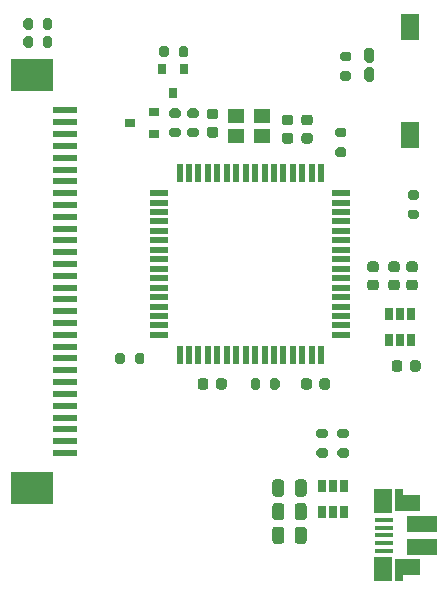
<source format=gbr>
G04 #@! TF.GenerationSoftware,KiCad,Pcbnew,(5.1.8)-1*
G04 #@! TF.CreationDate,2021-09-07T17:05:45-07:00*
G04 #@! TF.ProjectId,wired-sculpt,77697265-642d-4736-9375-6c70742e6b69,rev?*
G04 #@! TF.SameCoordinates,Original*
G04 #@! TF.FileFunction,Paste,Top*
G04 #@! TF.FilePolarity,Positive*
%FSLAX46Y46*%
G04 Gerber Fmt 4.6, Leading zero omitted, Abs format (unit mm)*
G04 Created by KiCad (PCBNEW (5.1.8)-1) date 2021-09-07 17:05:45*
%MOMM*%
%LPD*%
G01*
G04 APERTURE LIST*
%ADD10R,0.650000X1.060000*%
%ADD11R,1.500000X0.550000*%
%ADD12R,0.550000X1.500000*%
%ADD13R,2.000000X0.610000*%
%ADD14R,3.600000X2.680000*%
%ADD15R,2.000000X1.350000*%
%ADD16R,0.700000X1.825000*%
%ADD17R,1.500000X2.000000*%
%ADD18R,1.650000X0.400000*%
%ADD19R,2.500000X1.430000*%
%ADD20R,1.600000X2.180000*%
%ADD21R,1.400000X1.200000*%
%ADD22R,0.800000X0.900000*%
%ADD23R,0.900000X0.800000*%
G04 APERTURE END LIST*
G04 #@! TO.C,C8*
G36*
G01*
X146897000Y-39354000D02*
X147397000Y-39354000D01*
G75*
G02*
X147622000Y-39579000I0J-225000D01*
G01*
X147622000Y-40029000D01*
G75*
G02*
X147397000Y-40254000I-225000J0D01*
G01*
X146897000Y-40254000D01*
G75*
G02*
X146672000Y-40029000I0J225000D01*
G01*
X146672000Y-39579000D01*
G75*
G02*
X146897000Y-39354000I225000J0D01*
G01*
G37*
G36*
G01*
X146897000Y-40904000D02*
X147397000Y-40904000D01*
G75*
G02*
X147622000Y-41129000I0J-225000D01*
G01*
X147622000Y-41579000D01*
G75*
G02*
X147397000Y-41804000I-225000J0D01*
G01*
X146897000Y-41804000D01*
G75*
G02*
X146672000Y-41579000I0J225000D01*
G01*
X146672000Y-41129000D01*
G75*
G02*
X146897000Y-40904000I225000J0D01*
G01*
G37*
G04 #@! TD*
G04 #@! TO.C,C12*
G36*
G01*
X141995000Y-61906000D02*
X141995000Y-62406000D01*
G75*
G02*
X141770000Y-62631000I-225000J0D01*
G01*
X141320000Y-62631000D01*
G75*
G02*
X141095000Y-62406000I0J225000D01*
G01*
X141095000Y-61906000D01*
G75*
G02*
X141320000Y-61681000I225000J0D01*
G01*
X141770000Y-61681000D01*
G75*
G02*
X141995000Y-61906000I0J-225000D01*
G01*
G37*
G36*
G01*
X140445000Y-61906000D02*
X140445000Y-62406000D01*
G75*
G02*
X140220000Y-62631000I-225000J0D01*
G01*
X139770000Y-62631000D01*
G75*
G02*
X139545000Y-62406000I0J225000D01*
G01*
X139545000Y-61906000D01*
G75*
G02*
X139770000Y-61681000I225000J0D01*
G01*
X140220000Y-61681000D01*
G75*
G02*
X140445000Y-61906000I0J-225000D01*
G01*
G37*
G04 #@! TD*
G04 #@! TO.C,R9*
G36*
G01*
X152342000Y-36482000D02*
X151792000Y-36482000D01*
G75*
G02*
X151592000Y-36282000I0J200000D01*
G01*
X151592000Y-35882000D01*
G75*
G02*
X151792000Y-35682000I200000J0D01*
G01*
X152342000Y-35682000D01*
G75*
G02*
X152542000Y-35882000I0J-200000D01*
G01*
X152542000Y-36282000D01*
G75*
G02*
X152342000Y-36482000I-200000J0D01*
G01*
G37*
G36*
G01*
X152342000Y-34832000D02*
X151792000Y-34832000D01*
G75*
G02*
X151592000Y-34632000I0J200000D01*
G01*
X151592000Y-34232000D01*
G75*
G02*
X151792000Y-34032000I200000J0D01*
G01*
X152342000Y-34032000D01*
G75*
G02*
X152542000Y-34232000I0J-200000D01*
G01*
X152542000Y-34632000D01*
G75*
G02*
X152342000Y-34832000I-200000J0D01*
G01*
G37*
G04 #@! TD*
G04 #@! TO.C,C3*
G36*
G01*
X145858000Y-71444000D02*
X145858000Y-70494000D01*
G75*
G02*
X146108000Y-70244000I250000J0D01*
G01*
X146608000Y-70244000D01*
G75*
G02*
X146858000Y-70494000I0J-250000D01*
G01*
X146858000Y-71444000D01*
G75*
G02*
X146608000Y-71694000I-250000J0D01*
G01*
X146108000Y-71694000D01*
G75*
G02*
X145858000Y-71444000I0J250000D01*
G01*
G37*
G36*
G01*
X147758000Y-71444000D02*
X147758000Y-70494000D01*
G75*
G02*
X148008000Y-70244000I250000J0D01*
G01*
X148508000Y-70244000D01*
G75*
G02*
X148758000Y-70494000I0J-250000D01*
G01*
X148758000Y-71444000D01*
G75*
G02*
X148508000Y-71694000I-250000J0D01*
G01*
X148008000Y-71694000D01*
G75*
G02*
X147758000Y-71444000I0J250000D01*
G01*
G37*
G04 #@! TD*
D10*
G04 #@! TO.C,U1*
X150050000Y-73000000D03*
X151000000Y-73000000D03*
X151950000Y-73000000D03*
X151950000Y-70800000D03*
X150050000Y-70800000D03*
X151000000Y-70800000D03*
G04 #@! TD*
D11*
G04 #@! TO.C,U3*
X151700000Y-58000000D03*
X151700000Y-57200000D03*
X151700000Y-56400000D03*
X151700000Y-55600000D03*
X151700000Y-54800000D03*
X151700000Y-54000000D03*
X151700000Y-53200000D03*
X151700000Y-52400000D03*
X151700000Y-51600000D03*
X151700000Y-50800000D03*
X151700000Y-50000000D03*
X151700000Y-49200000D03*
X151700000Y-48400000D03*
X151700000Y-47600000D03*
X151700000Y-46800000D03*
X151700000Y-46000000D03*
D12*
X150000000Y-44300000D03*
X149200000Y-44300000D03*
X148400000Y-44300000D03*
X147600000Y-44300000D03*
X146800000Y-44300000D03*
X146000000Y-44300000D03*
X145200000Y-44300000D03*
X144400000Y-44300000D03*
X143600000Y-44300000D03*
X142800000Y-44300000D03*
X142000000Y-44300000D03*
X141200000Y-44300000D03*
X140400000Y-44300000D03*
X139600000Y-44300000D03*
X138800000Y-44300000D03*
X138000000Y-44300000D03*
D11*
X136300000Y-46000000D03*
X136300000Y-46800000D03*
X136300000Y-47600000D03*
X136300000Y-48400000D03*
X136300000Y-49200000D03*
X136300000Y-50000000D03*
X136300000Y-50800000D03*
X136300000Y-51600000D03*
X136300000Y-52400000D03*
X136300000Y-53200000D03*
X136300000Y-54000000D03*
X136300000Y-54800000D03*
X136300000Y-55600000D03*
X136300000Y-56400000D03*
X136300000Y-57200000D03*
X136300000Y-58000000D03*
D12*
X138000000Y-59700000D03*
X138800000Y-59700000D03*
X139600000Y-59700000D03*
X140400000Y-59700000D03*
X141200000Y-59700000D03*
X142000000Y-59700000D03*
X142800000Y-59700000D03*
X143600000Y-59700000D03*
X144400000Y-59700000D03*
X145200000Y-59700000D03*
X146000000Y-59700000D03*
X146800000Y-59700000D03*
X147600000Y-59700000D03*
X148400000Y-59700000D03*
X149200000Y-59700000D03*
X150000000Y-59700000D03*
G04 #@! TD*
G04 #@! TO.C,R1*
G36*
G01*
X151571000Y-65948000D02*
X152121000Y-65948000D01*
G75*
G02*
X152321000Y-66148000I0J-200000D01*
G01*
X152321000Y-66548000D01*
G75*
G02*
X152121000Y-66748000I-200000J0D01*
G01*
X151571000Y-66748000D01*
G75*
G02*
X151371000Y-66548000I0J200000D01*
G01*
X151371000Y-66148000D01*
G75*
G02*
X151571000Y-65948000I200000J0D01*
G01*
G37*
G36*
G01*
X151571000Y-67598000D02*
X152121000Y-67598000D01*
G75*
G02*
X152321000Y-67798000I0J-200000D01*
G01*
X152321000Y-68198000D01*
G75*
G02*
X152121000Y-68398000I-200000J0D01*
G01*
X151571000Y-68398000D01*
G75*
G02*
X151371000Y-68198000I0J200000D01*
G01*
X151371000Y-67798000D01*
G75*
G02*
X151571000Y-67598000I200000J0D01*
G01*
G37*
G04 #@! TD*
D13*
G04 #@! TO.C,J2*
X128300000Y-39000000D03*
X128300000Y-40000000D03*
X128300000Y-41000000D03*
X128300000Y-42000000D03*
X128300000Y-43000000D03*
X128300000Y-44000000D03*
X128300000Y-45000000D03*
X128300000Y-46000000D03*
X128300000Y-47000000D03*
X128300000Y-48000000D03*
X128300000Y-49000000D03*
X128300000Y-50000000D03*
X128300000Y-51000000D03*
X128300000Y-52000000D03*
X128300000Y-53000000D03*
X128300000Y-54000000D03*
X128300000Y-55000000D03*
X128300000Y-56000000D03*
X128300000Y-57000000D03*
X128300000Y-58000000D03*
X128300000Y-59000000D03*
X128300000Y-60000000D03*
X128300000Y-61000000D03*
X128300000Y-62000000D03*
X128300000Y-63000000D03*
X128300000Y-64000000D03*
X128300000Y-65000000D03*
X128300000Y-66000000D03*
X128300000Y-67000000D03*
X128300000Y-68000000D03*
D14*
X125500000Y-36010000D03*
X125500000Y-70990000D03*
G04 #@! TD*
G04 #@! TO.C,C7*
G36*
G01*
X141047000Y-39746000D02*
X140547000Y-39746000D01*
G75*
G02*
X140322000Y-39521000I0J225000D01*
G01*
X140322000Y-39071000D01*
G75*
G02*
X140547000Y-38846000I225000J0D01*
G01*
X141047000Y-38846000D01*
G75*
G02*
X141272000Y-39071000I0J-225000D01*
G01*
X141272000Y-39521000D01*
G75*
G02*
X141047000Y-39746000I-225000J0D01*
G01*
G37*
G36*
G01*
X141047000Y-41296000D02*
X140547000Y-41296000D01*
G75*
G02*
X140322000Y-41071000I0J225000D01*
G01*
X140322000Y-40621000D01*
G75*
G02*
X140547000Y-40396000I225000J0D01*
G01*
X141047000Y-40396000D01*
G75*
G02*
X141272000Y-40621000I0J-225000D01*
G01*
X141272000Y-41071000D01*
G75*
G02*
X141047000Y-41296000I-225000J0D01*
G01*
G37*
G04 #@! TD*
G04 #@! TO.C,C9*
G36*
G01*
X154136000Y-51787000D02*
X154636000Y-51787000D01*
G75*
G02*
X154861000Y-52012000I0J-225000D01*
G01*
X154861000Y-52462000D01*
G75*
G02*
X154636000Y-52687000I-225000J0D01*
G01*
X154136000Y-52687000D01*
G75*
G02*
X153911000Y-52462000I0J225000D01*
G01*
X153911000Y-52012000D01*
G75*
G02*
X154136000Y-51787000I225000J0D01*
G01*
G37*
G36*
G01*
X154136000Y-53337000D02*
X154636000Y-53337000D01*
G75*
G02*
X154861000Y-53562000I0J-225000D01*
G01*
X154861000Y-54012000D01*
G75*
G02*
X154636000Y-54237000I-225000J0D01*
G01*
X154136000Y-54237000D01*
G75*
G02*
X153911000Y-54012000I0J225000D01*
G01*
X153911000Y-53562000D01*
G75*
G02*
X154136000Y-53337000I225000J0D01*
G01*
G37*
G04 #@! TD*
G04 #@! TO.C,D1*
G36*
G01*
X154279500Y-36569500D02*
X153854500Y-36569500D01*
G75*
G02*
X153642000Y-36357000I0J212500D01*
G01*
X153642000Y-35557000D01*
G75*
G02*
X153854500Y-35344500I212500J0D01*
G01*
X154279500Y-35344500D01*
G75*
G02*
X154492000Y-35557000I0J-212500D01*
G01*
X154492000Y-36357000D01*
G75*
G02*
X154279500Y-36569500I-212500J0D01*
G01*
G37*
G36*
G01*
X154279500Y-34944500D02*
X153854500Y-34944500D01*
G75*
G02*
X153642000Y-34732000I0J212500D01*
G01*
X153642000Y-33932000D01*
G75*
G02*
X153854500Y-33719500I212500J0D01*
G01*
X154279500Y-33719500D01*
G75*
G02*
X154492000Y-33932000I0J-212500D01*
G01*
X154492000Y-34732000D01*
G75*
G02*
X154279500Y-34944500I-212500J0D01*
G01*
G37*
G04 #@! TD*
D15*
G04 #@! TO.C,J1*
X157300000Y-72210000D03*
X157300000Y-77690000D03*
D16*
X156550000Y-77910000D03*
X156550000Y-71960000D03*
D17*
X155250000Y-77810000D03*
X155230000Y-72060000D03*
D18*
X155350000Y-76260000D03*
X155350000Y-75610000D03*
X155350000Y-74960000D03*
X155350000Y-74310000D03*
X155350000Y-73660000D03*
D19*
X158500000Y-75920000D03*
X158500000Y-74000000D03*
G04 #@! TD*
G04 #@! TO.C,R2*
G36*
G01*
X149793000Y-67598000D02*
X150343000Y-67598000D01*
G75*
G02*
X150543000Y-67798000I0J-200000D01*
G01*
X150543000Y-68198000D01*
G75*
G02*
X150343000Y-68398000I-200000J0D01*
G01*
X149793000Y-68398000D01*
G75*
G02*
X149593000Y-68198000I0J200000D01*
G01*
X149593000Y-67798000D01*
G75*
G02*
X149793000Y-67598000I200000J0D01*
G01*
G37*
G36*
G01*
X149793000Y-65948000D02*
X150343000Y-65948000D01*
G75*
G02*
X150543000Y-66148000I0J-200000D01*
G01*
X150543000Y-66548000D01*
G75*
G02*
X150343000Y-66748000I-200000J0D01*
G01*
X149793000Y-66748000D01*
G75*
G02*
X149593000Y-66548000I0J200000D01*
G01*
X149593000Y-66148000D01*
G75*
G02*
X149793000Y-65948000I200000J0D01*
G01*
G37*
G04 #@! TD*
D20*
G04 #@! TO.C,SW1*
X157500000Y-31910000D03*
X157500000Y-41090000D03*
G04 #@! TD*
D21*
G04 #@! TO.C,Y1*
X142808500Y-41162000D03*
X145008500Y-41162000D03*
X145008500Y-39462000D03*
X142808500Y-39462000D03*
G04 #@! TD*
G04 #@! TO.C,R3*
G36*
G01*
X135025000Y-59725000D02*
X135025000Y-60275000D01*
G75*
G02*
X134825000Y-60475000I-200000J0D01*
G01*
X134425000Y-60475000D01*
G75*
G02*
X134225000Y-60275000I0J200000D01*
G01*
X134225000Y-59725000D01*
G75*
G02*
X134425000Y-59525000I200000J0D01*
G01*
X134825000Y-59525000D01*
G75*
G02*
X135025000Y-59725000I0J-200000D01*
G01*
G37*
G36*
G01*
X133375000Y-59725000D02*
X133375000Y-60275000D01*
G75*
G02*
X133175000Y-60475000I-200000J0D01*
G01*
X132775000Y-60475000D01*
G75*
G02*
X132575000Y-60275000I0J200000D01*
G01*
X132575000Y-59725000D01*
G75*
G02*
X132775000Y-59525000I200000J0D01*
G01*
X133175000Y-59525000D01*
G75*
G02*
X133375000Y-59725000I0J-200000D01*
G01*
G37*
G04 #@! TD*
G04 #@! TO.C,R10*
G36*
G01*
X158075000Y-48200000D02*
X157525000Y-48200000D01*
G75*
G02*
X157325000Y-48000000I0J200000D01*
G01*
X157325000Y-47600000D01*
G75*
G02*
X157525000Y-47400000I200000J0D01*
G01*
X158075000Y-47400000D01*
G75*
G02*
X158275000Y-47600000I0J-200000D01*
G01*
X158275000Y-48000000D01*
G75*
G02*
X158075000Y-48200000I-200000J0D01*
G01*
G37*
G36*
G01*
X158075000Y-46550000D02*
X157525000Y-46550000D01*
G75*
G02*
X157325000Y-46350000I0J200000D01*
G01*
X157325000Y-45950000D01*
G75*
G02*
X157525000Y-45750000I200000J0D01*
G01*
X158075000Y-45750000D01*
G75*
G02*
X158275000Y-45950000I0J-200000D01*
G01*
X158275000Y-46350000D01*
G75*
G02*
X158075000Y-46550000I-200000J0D01*
G01*
G37*
G04 #@! TD*
G04 #@! TO.C,C1*
G36*
G01*
X145858000Y-75444000D02*
X145858000Y-74494000D01*
G75*
G02*
X146108000Y-74244000I250000J0D01*
G01*
X146608000Y-74244000D01*
G75*
G02*
X146858000Y-74494000I0J-250000D01*
G01*
X146858000Y-75444000D01*
G75*
G02*
X146608000Y-75694000I-250000J0D01*
G01*
X146108000Y-75694000D01*
G75*
G02*
X145858000Y-75444000I0J250000D01*
G01*
G37*
G36*
G01*
X147758000Y-75444000D02*
X147758000Y-74494000D01*
G75*
G02*
X148008000Y-74244000I250000J0D01*
G01*
X148508000Y-74244000D01*
G75*
G02*
X148758000Y-74494000I0J-250000D01*
G01*
X148758000Y-75444000D01*
G75*
G02*
X148508000Y-75694000I-250000J0D01*
G01*
X148008000Y-75694000D01*
G75*
G02*
X147758000Y-75444000I0J250000D01*
G01*
G37*
G04 #@! TD*
G04 #@! TO.C,C2*
G36*
G01*
X147758000Y-73444000D02*
X147758000Y-72494000D01*
G75*
G02*
X148008000Y-72244000I250000J0D01*
G01*
X148508000Y-72244000D01*
G75*
G02*
X148758000Y-72494000I0J-250000D01*
G01*
X148758000Y-73444000D01*
G75*
G02*
X148508000Y-73694000I-250000J0D01*
G01*
X148008000Y-73694000D01*
G75*
G02*
X147758000Y-73444000I0J250000D01*
G01*
G37*
G36*
G01*
X145858000Y-73444000D02*
X145858000Y-72494000D01*
G75*
G02*
X146108000Y-72244000I250000J0D01*
G01*
X146608000Y-72244000D01*
G75*
G02*
X146858000Y-72494000I0J-250000D01*
G01*
X146858000Y-73444000D01*
G75*
G02*
X146608000Y-73694000I-250000J0D01*
G01*
X146108000Y-73694000D01*
G75*
G02*
X145858000Y-73444000I0J250000D01*
G01*
G37*
G04 #@! TD*
G04 #@! TO.C,R4*
G36*
G01*
X146467000Y-61881000D02*
X146467000Y-62431000D01*
G75*
G02*
X146267000Y-62631000I-200000J0D01*
G01*
X145867000Y-62631000D01*
G75*
G02*
X145667000Y-62431000I0J200000D01*
G01*
X145667000Y-61881000D01*
G75*
G02*
X145867000Y-61681000I200000J0D01*
G01*
X146267000Y-61681000D01*
G75*
G02*
X146467000Y-61881000I0J-200000D01*
G01*
G37*
G36*
G01*
X144817000Y-61881000D02*
X144817000Y-62431000D01*
G75*
G02*
X144617000Y-62631000I-200000J0D01*
G01*
X144217000Y-62631000D01*
G75*
G02*
X144017000Y-62431000I0J200000D01*
G01*
X144017000Y-61881000D01*
G75*
G02*
X144217000Y-61681000I200000J0D01*
G01*
X144617000Y-61681000D01*
G75*
G02*
X144817000Y-61881000I0J-200000D01*
G01*
G37*
G04 #@! TD*
G04 #@! TO.C,C11*
G36*
G01*
X149845000Y-62406000D02*
X149845000Y-61906000D01*
G75*
G02*
X150070000Y-61681000I225000J0D01*
G01*
X150520000Y-61681000D01*
G75*
G02*
X150745000Y-61906000I0J-225000D01*
G01*
X150745000Y-62406000D01*
G75*
G02*
X150520000Y-62631000I-225000J0D01*
G01*
X150070000Y-62631000D01*
G75*
G02*
X149845000Y-62406000I0J225000D01*
G01*
G37*
G36*
G01*
X148295000Y-62406000D02*
X148295000Y-61906000D01*
G75*
G02*
X148520000Y-61681000I225000J0D01*
G01*
X148970000Y-61681000D01*
G75*
G02*
X149195000Y-61906000I0J-225000D01*
G01*
X149195000Y-62406000D01*
G75*
G02*
X148970000Y-62631000I-225000J0D01*
G01*
X148520000Y-62631000D01*
G75*
G02*
X148295000Y-62406000I0J225000D01*
G01*
G37*
G04 #@! TD*
G04 #@! TO.C,C10*
G36*
G01*
X149048000Y-41804000D02*
X148548000Y-41804000D01*
G75*
G02*
X148323000Y-41579000I0J225000D01*
G01*
X148323000Y-41129000D01*
G75*
G02*
X148548000Y-40904000I225000J0D01*
G01*
X149048000Y-40904000D01*
G75*
G02*
X149273000Y-41129000I0J-225000D01*
G01*
X149273000Y-41579000D01*
G75*
G02*
X149048000Y-41804000I-225000J0D01*
G01*
G37*
G36*
G01*
X149048000Y-40254000D02*
X148548000Y-40254000D01*
G75*
G02*
X148323000Y-40029000I0J225000D01*
G01*
X148323000Y-39579000D01*
G75*
G02*
X148548000Y-39354000I225000J0D01*
G01*
X149048000Y-39354000D01*
G75*
G02*
X149273000Y-39579000I0J-225000D01*
G01*
X149273000Y-40029000D01*
G75*
G02*
X149048000Y-40254000I-225000J0D01*
G01*
G37*
G04 #@! TD*
G04 #@! TO.C,C4*
G36*
G01*
X155955000Y-60882000D02*
X155955000Y-60382000D01*
G75*
G02*
X156180000Y-60157000I225000J0D01*
G01*
X156630000Y-60157000D01*
G75*
G02*
X156855000Y-60382000I0J-225000D01*
G01*
X156855000Y-60882000D01*
G75*
G02*
X156630000Y-61107000I-225000J0D01*
G01*
X156180000Y-61107000D01*
G75*
G02*
X155955000Y-60882000I0J225000D01*
G01*
G37*
G36*
G01*
X157505000Y-60882000D02*
X157505000Y-60382000D01*
G75*
G02*
X157730000Y-60157000I225000J0D01*
G01*
X158180000Y-60157000D01*
G75*
G02*
X158405000Y-60382000I0J-225000D01*
G01*
X158405000Y-60882000D01*
G75*
G02*
X158180000Y-61107000I-225000J0D01*
G01*
X157730000Y-61107000D01*
G75*
G02*
X157505000Y-60882000I0J225000D01*
G01*
G37*
G04 #@! TD*
G04 #@! TO.C,C5*
G36*
G01*
X156414000Y-52687000D02*
X155914000Y-52687000D01*
G75*
G02*
X155689000Y-52462000I0J225000D01*
G01*
X155689000Y-52012000D01*
G75*
G02*
X155914000Y-51787000I225000J0D01*
G01*
X156414000Y-51787000D01*
G75*
G02*
X156639000Y-52012000I0J-225000D01*
G01*
X156639000Y-52462000D01*
G75*
G02*
X156414000Y-52687000I-225000J0D01*
G01*
G37*
G36*
G01*
X156414000Y-54237000D02*
X155914000Y-54237000D01*
G75*
G02*
X155689000Y-54012000I0J225000D01*
G01*
X155689000Y-53562000D01*
G75*
G02*
X155914000Y-53337000I225000J0D01*
G01*
X156414000Y-53337000D01*
G75*
G02*
X156639000Y-53562000I0J-225000D01*
G01*
X156639000Y-54012000D01*
G75*
G02*
X156414000Y-54237000I-225000J0D01*
G01*
G37*
G04 #@! TD*
G04 #@! TO.C,C6*
G36*
G01*
X157938000Y-54237000D02*
X157438000Y-54237000D01*
G75*
G02*
X157213000Y-54012000I0J225000D01*
G01*
X157213000Y-53562000D01*
G75*
G02*
X157438000Y-53337000I225000J0D01*
G01*
X157938000Y-53337000D01*
G75*
G02*
X158163000Y-53562000I0J-225000D01*
G01*
X158163000Y-54012000D01*
G75*
G02*
X157938000Y-54237000I-225000J0D01*
G01*
G37*
G36*
G01*
X157938000Y-52687000D02*
X157438000Y-52687000D01*
G75*
G02*
X157213000Y-52462000I0J225000D01*
G01*
X157213000Y-52012000D01*
G75*
G02*
X157438000Y-51787000I225000J0D01*
G01*
X157938000Y-51787000D01*
G75*
G02*
X158163000Y-52012000I0J-225000D01*
G01*
X158163000Y-52462000D01*
G75*
G02*
X157938000Y-52687000I-225000J0D01*
G01*
G37*
G04 #@! TD*
D10*
G04 #@! TO.C,U2*
X157622000Y-56230000D03*
X156672000Y-56230000D03*
X155722000Y-56230000D03*
X155722000Y-58430000D03*
X157622000Y-58430000D03*
X156672000Y-58430000D03*
G04 #@! TD*
D22*
G04 #@! TO.C,Q1*
X138384000Y-35486000D03*
X136484000Y-35486000D03*
X137434000Y-37486000D03*
G04 #@! TD*
D23*
G04 #@! TO.C,Q2*
X133828000Y-40058000D03*
X135828000Y-39108000D03*
X135828000Y-41008000D03*
G04 #@! TD*
G04 #@! TO.C,R5*
G36*
G01*
X137070500Y-33750500D02*
X137070500Y-34300500D01*
G75*
G02*
X136870500Y-34500500I-200000J0D01*
G01*
X136470500Y-34500500D01*
G75*
G02*
X136270500Y-34300500I0J200000D01*
G01*
X136270500Y-33750500D01*
G75*
G02*
X136470500Y-33550500I200000J0D01*
G01*
X136870500Y-33550500D01*
G75*
G02*
X137070500Y-33750500I0J-200000D01*
G01*
G37*
G36*
G01*
X138720500Y-33750500D02*
X138720500Y-34300500D01*
G75*
G02*
X138520500Y-34500500I-200000J0D01*
G01*
X138120500Y-34500500D01*
G75*
G02*
X137920500Y-34300500I0J200000D01*
G01*
X137920500Y-33750500D01*
G75*
G02*
X138120500Y-33550500I200000J0D01*
G01*
X138520500Y-33550500D01*
G75*
G02*
X138720500Y-33750500I0J-200000D01*
G01*
G37*
G04 #@! TD*
G04 #@! TO.C,R6*
G36*
G01*
X151380500Y-40483500D02*
X151930500Y-40483500D01*
G75*
G02*
X152130500Y-40683500I0J-200000D01*
G01*
X152130500Y-41083500D01*
G75*
G02*
X151930500Y-41283500I-200000J0D01*
G01*
X151380500Y-41283500D01*
G75*
G02*
X151180500Y-41083500I0J200000D01*
G01*
X151180500Y-40683500D01*
G75*
G02*
X151380500Y-40483500I200000J0D01*
G01*
G37*
G36*
G01*
X151380500Y-42133500D02*
X151930500Y-42133500D01*
G75*
G02*
X152130500Y-42333500I0J-200000D01*
G01*
X152130500Y-42733500D01*
G75*
G02*
X151930500Y-42933500I-200000J0D01*
G01*
X151380500Y-42933500D01*
G75*
G02*
X151180500Y-42733500I0J200000D01*
G01*
X151180500Y-42333500D01*
G75*
G02*
X151380500Y-42133500I200000J0D01*
G01*
G37*
G04 #@! TD*
G04 #@! TO.C,R7*
G36*
G01*
X137897000Y-39633000D02*
X137347000Y-39633000D01*
G75*
G02*
X137147000Y-39433000I0J200000D01*
G01*
X137147000Y-39033000D01*
G75*
G02*
X137347000Y-38833000I200000J0D01*
G01*
X137897000Y-38833000D01*
G75*
G02*
X138097000Y-39033000I0J-200000D01*
G01*
X138097000Y-39433000D01*
G75*
G02*
X137897000Y-39633000I-200000J0D01*
G01*
G37*
G36*
G01*
X137897000Y-41283000D02*
X137347000Y-41283000D01*
G75*
G02*
X137147000Y-41083000I0J200000D01*
G01*
X137147000Y-40683000D01*
G75*
G02*
X137347000Y-40483000I200000J0D01*
G01*
X137897000Y-40483000D01*
G75*
G02*
X138097000Y-40683000I0J-200000D01*
G01*
X138097000Y-41083000D01*
G75*
G02*
X137897000Y-41283000I-200000J0D01*
G01*
G37*
G04 #@! TD*
G04 #@! TO.C,R8*
G36*
G01*
X139421000Y-41283000D02*
X138871000Y-41283000D01*
G75*
G02*
X138671000Y-41083000I0J200000D01*
G01*
X138671000Y-40683000D01*
G75*
G02*
X138871000Y-40483000I200000J0D01*
G01*
X139421000Y-40483000D01*
G75*
G02*
X139621000Y-40683000I0J-200000D01*
G01*
X139621000Y-41083000D01*
G75*
G02*
X139421000Y-41283000I-200000J0D01*
G01*
G37*
G36*
G01*
X139421000Y-39633000D02*
X138871000Y-39633000D01*
G75*
G02*
X138671000Y-39433000I0J200000D01*
G01*
X138671000Y-39033000D01*
G75*
G02*
X138871000Y-38833000I200000J0D01*
G01*
X139421000Y-38833000D01*
G75*
G02*
X139621000Y-39033000I0J-200000D01*
G01*
X139621000Y-39433000D01*
G75*
G02*
X139421000Y-39633000I-200000J0D01*
G01*
G37*
G04 #@! TD*
G04 #@! TO.C,R11*
G36*
G01*
X126426000Y-33475000D02*
X126426000Y-32925000D01*
G75*
G02*
X126626000Y-32725000I200000J0D01*
G01*
X127026000Y-32725000D01*
G75*
G02*
X127226000Y-32925000I0J-200000D01*
G01*
X127226000Y-33475000D01*
G75*
G02*
X127026000Y-33675000I-200000J0D01*
G01*
X126626000Y-33675000D01*
G75*
G02*
X126426000Y-33475000I0J200000D01*
G01*
G37*
G36*
G01*
X124776000Y-33475000D02*
X124776000Y-32925000D01*
G75*
G02*
X124976000Y-32725000I200000J0D01*
G01*
X125376000Y-32725000D01*
G75*
G02*
X125576000Y-32925000I0J-200000D01*
G01*
X125576000Y-33475000D01*
G75*
G02*
X125376000Y-33675000I-200000J0D01*
G01*
X124976000Y-33675000D01*
G75*
G02*
X124776000Y-33475000I0J200000D01*
G01*
G37*
G04 #@! TD*
G04 #@! TO.C,R12*
G36*
G01*
X124776000Y-31951000D02*
X124776000Y-31401000D01*
G75*
G02*
X124976000Y-31201000I200000J0D01*
G01*
X125376000Y-31201000D01*
G75*
G02*
X125576000Y-31401000I0J-200000D01*
G01*
X125576000Y-31951000D01*
G75*
G02*
X125376000Y-32151000I-200000J0D01*
G01*
X124976000Y-32151000D01*
G75*
G02*
X124776000Y-31951000I0J200000D01*
G01*
G37*
G36*
G01*
X126426000Y-31951000D02*
X126426000Y-31401000D01*
G75*
G02*
X126626000Y-31201000I200000J0D01*
G01*
X127026000Y-31201000D01*
G75*
G02*
X127226000Y-31401000I0J-200000D01*
G01*
X127226000Y-31951000D01*
G75*
G02*
X127026000Y-32151000I-200000J0D01*
G01*
X126626000Y-32151000D01*
G75*
G02*
X126426000Y-31951000I0J200000D01*
G01*
G37*
G04 #@! TD*
M02*

</source>
